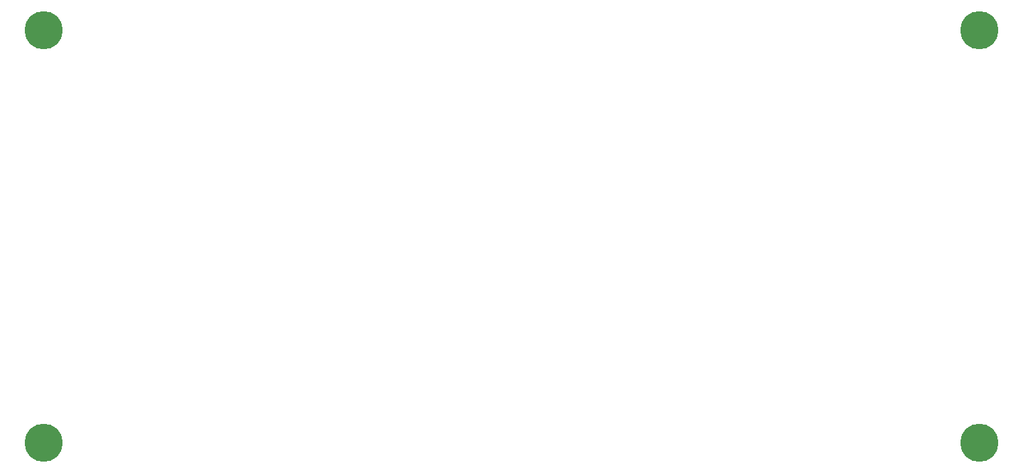
<source format=gbr>
G04 #@! TF.GenerationSoftware,KiCad,Pcbnew,5.1.7-a382d34a8~88~ubuntu20.04.1*
G04 #@! TF.CreationDate,2021-04-25T21:36:46-07:00*
G04 #@! TF.ProjectId,keypad-frame,6b657970-6164-42d6-9672-616d652e6b69,Apr2021a*
G04 #@! TF.SameCoordinates,Original*
G04 #@! TF.FileFunction,Copper,L2,Bot*
G04 #@! TF.FilePolarity,Positive*
%FSLAX46Y46*%
G04 Gerber Fmt 4.6, Leading zero omitted, Abs format (unit mm)*
G04 Created by KiCad (PCBNEW 5.1.7-a382d34a8~88~ubuntu20.04.1) date 2021-04-25 21:36:46*
%MOMM*%
%LPD*%
G01*
G04 APERTURE LIST*
G04 #@! TA.AperFunction,ViaPad*
%ADD10C,4.810000*%
G04 #@! TD*
G04 APERTURE END LIST*
D10*
G04 #@! TO.N,*
X225500000Y-111900000D03*
X225500000Y-59900000D03*
X107500000Y-111900000D03*
X107500000Y-59900000D03*
G04 #@! TD*
M02*

</source>
